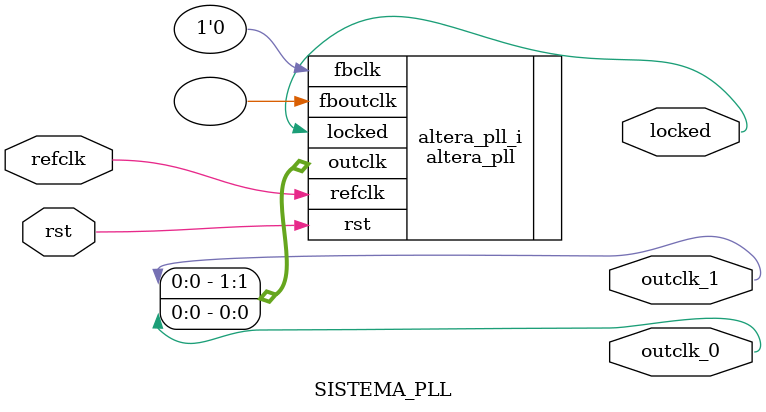
<source format=v>
`timescale 1ns/10ps
module  SISTEMA_PLL(

	// interface 'refclk'
	input wire refclk,

	// interface 'reset'
	input wire rst,

	// interface 'outclk0'
	output wire outclk_0,

	// interface 'outclk1'
	output wire outclk_1,

	// interface 'locked'
	output wire locked
);

	altera_pll #(
		.fractional_vco_multiplier("false"),
		.reference_clock_frequency("50.0 MHz"),
		.operation_mode("normal"),
		.number_of_clocks(2),
		.output_clock_frequency0("100.000000 MHz"),
		.phase_shift0("0 ps"),
		.duty_cycle0(50),
		.output_clock_frequency1("100.000000 MHz"),
		.phase_shift1("-3750 ps"),
		.duty_cycle1(50),
		.output_clock_frequency2("0 MHz"),
		.phase_shift2("0 ps"),
		.duty_cycle2(50),
		.output_clock_frequency3("0 MHz"),
		.phase_shift3("0 ps"),
		.duty_cycle3(50),
		.output_clock_frequency4("0 MHz"),
		.phase_shift4("0 ps"),
		.duty_cycle4(50),
		.output_clock_frequency5("0 MHz"),
		.phase_shift5("0 ps"),
		.duty_cycle5(50),
		.output_clock_frequency6("0 MHz"),
		.phase_shift6("0 ps"),
		.duty_cycle6(50),
		.output_clock_frequency7("0 MHz"),
		.phase_shift7("0 ps"),
		.duty_cycle7(50),
		.output_clock_frequency8("0 MHz"),
		.phase_shift8("0 ps"),
		.duty_cycle8(50),
		.output_clock_frequency9("0 MHz"),
		.phase_shift9("0 ps"),
		.duty_cycle9(50),
		.output_clock_frequency10("0 MHz"),
		.phase_shift10("0 ps"),
		.duty_cycle10(50),
		.output_clock_frequency11("0 MHz"),
		.phase_shift11("0 ps"),
		.duty_cycle11(50),
		.output_clock_frequency12("0 MHz"),
		.phase_shift12("0 ps"),
		.duty_cycle12(50),
		.output_clock_frequency13("0 MHz"),
		.phase_shift13("0 ps"),
		.duty_cycle13(50),
		.output_clock_frequency14("0 MHz"),
		.phase_shift14("0 ps"),
		.duty_cycle14(50),
		.output_clock_frequency15("0 MHz"),
		.phase_shift15("0 ps"),
		.duty_cycle15(50),
		.output_clock_frequency16("0 MHz"),
		.phase_shift16("0 ps"),
		.duty_cycle16(50),
		.output_clock_frequency17("0 MHz"),
		.phase_shift17("0 ps"),
		.duty_cycle17(50),
		.pll_type("General"),
		.pll_subtype("General")
	) altera_pll_i (
		.rst	(rst),
		.outclk	({outclk_1, outclk_0}),
		.locked	(locked),
		.fboutclk	( ),
		.fbclk	(1'b0),
		.refclk	(refclk)
	);
endmodule


</source>
